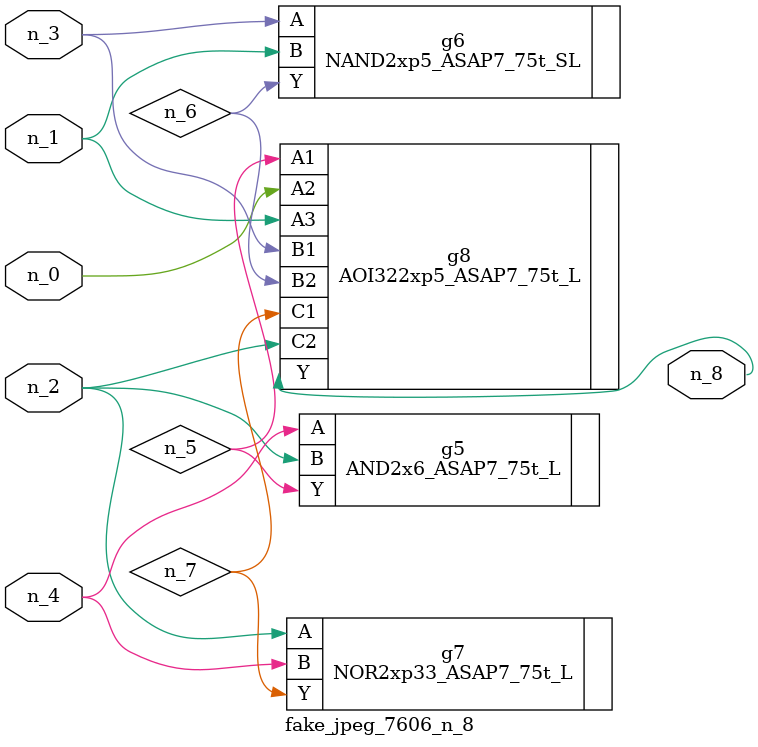
<source format=v>
module fake_jpeg_7606_n_8 (n_3, n_2, n_1, n_0, n_4, n_8);

input n_3;
input n_2;
input n_1;
input n_0;
input n_4;

output n_8;

wire n_6;
wire n_5;
wire n_7;

AND2x6_ASAP7_75t_L g5 ( 
.A(n_4),
.B(n_2),
.Y(n_5)
);

NAND2xp5_ASAP7_75t_SL g6 ( 
.A(n_3),
.B(n_1),
.Y(n_6)
);

NOR2xp33_ASAP7_75t_L g7 ( 
.A(n_2),
.B(n_4),
.Y(n_7)
);

AOI322xp5_ASAP7_75t_L g8 ( 
.A1(n_5),
.A2(n_0),
.A3(n_1),
.B1(n_3),
.B2(n_6),
.C1(n_7),
.C2(n_2),
.Y(n_8)
);


endmodule
</source>
